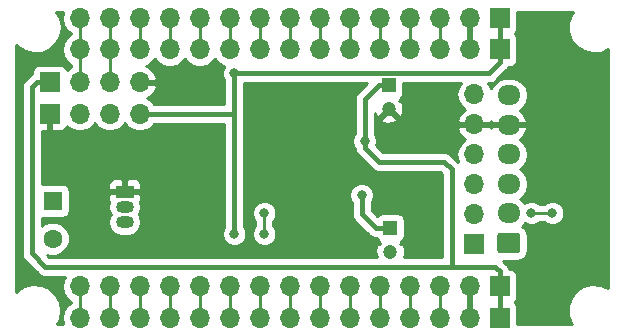
<source format=gbl>
%TF.GenerationSoftware,KiCad,Pcbnew,(5.0.2)-1*%
%TF.CreationDate,2019-07-05T20:57:08+02:00*%
%TF.ProjectId,PSAVanCanBridge_v11,56616e43-616e-4457-9370-33322e6b6963,rev?*%
%TF.SameCoordinates,Original*%
%TF.FileFunction,Copper,L2,Bot*%
%TF.FilePolarity,Positive*%
%FSLAX46Y46*%
G04 Gerber Fmt 4.6, Leading zero omitted, Abs format (unit mm)*
G04 Created by KiCad (PCBNEW (5.0.2)-1) date 05/07/2019 20:57:08*
%MOMM*%
%LPD*%
G01*
G04 APERTURE LIST*
%ADD10R,1.700000X1.700000*%
%ADD11O,1.700000X1.700000*%
%ADD12C,1.200000*%
%ADD13R,1.200000X1.200000*%
%ADD14C,0.100000*%
%ADD15C,1.700000*%
%ADD16O,1.950000X1.700000*%
%ADD17R,1.600000X1.600000*%
%ADD18C,1.600000*%
%ADD19O,1.500000X1.050000*%
%ADD20R,1.500000X1.050000*%
%ADD21C,0.800000*%
%ADD22C,0.900000*%
%ADD23C,0.250000*%
%ADD24C,0.400000*%
%ADD25C,0.254000*%
G04 APERTURE END LIST*
D10*
X50800000Y-43180000D03*
D11*
X53340000Y-43180000D03*
X55880000Y-43180000D03*
X58420000Y-43180000D03*
D12*
X79502000Y-42767000D03*
D13*
X79502000Y-40767000D03*
D10*
X86741000Y-54229000D03*
D11*
X86741000Y-51689000D03*
X86741000Y-49149000D03*
X86741000Y-46609000D03*
X86741000Y-44069000D03*
X86741000Y-41529000D03*
D14*
G36*
X90411504Y-53253204D02*
X90435773Y-53256804D01*
X90459571Y-53262765D01*
X90482671Y-53271030D01*
X90504849Y-53281520D01*
X90525893Y-53294133D01*
X90545598Y-53308747D01*
X90563777Y-53325223D01*
X90580253Y-53343402D01*
X90594867Y-53363107D01*
X90607480Y-53384151D01*
X90617970Y-53406329D01*
X90626235Y-53429429D01*
X90632196Y-53453227D01*
X90635796Y-53477496D01*
X90637000Y-53502000D01*
X90637000Y-54702000D01*
X90635796Y-54726504D01*
X90632196Y-54750773D01*
X90626235Y-54774571D01*
X90617970Y-54797671D01*
X90607480Y-54819849D01*
X90594867Y-54840893D01*
X90580253Y-54860598D01*
X90563777Y-54878777D01*
X90545598Y-54895253D01*
X90525893Y-54909867D01*
X90504849Y-54922480D01*
X90482671Y-54932970D01*
X90459571Y-54941235D01*
X90435773Y-54947196D01*
X90411504Y-54950796D01*
X90387000Y-54952000D01*
X88937000Y-54952000D01*
X88912496Y-54950796D01*
X88888227Y-54947196D01*
X88864429Y-54941235D01*
X88841329Y-54932970D01*
X88819151Y-54922480D01*
X88798107Y-54909867D01*
X88778402Y-54895253D01*
X88760223Y-54878777D01*
X88743747Y-54860598D01*
X88729133Y-54840893D01*
X88716520Y-54819849D01*
X88706030Y-54797671D01*
X88697765Y-54774571D01*
X88691804Y-54750773D01*
X88688204Y-54726504D01*
X88687000Y-54702000D01*
X88687000Y-53502000D01*
X88688204Y-53477496D01*
X88691804Y-53453227D01*
X88697765Y-53429429D01*
X88706030Y-53406329D01*
X88716520Y-53384151D01*
X88729133Y-53363107D01*
X88743747Y-53343402D01*
X88760223Y-53325223D01*
X88778402Y-53308747D01*
X88798107Y-53294133D01*
X88819151Y-53281520D01*
X88841329Y-53271030D01*
X88864429Y-53262765D01*
X88888227Y-53256804D01*
X88912496Y-53253204D01*
X88937000Y-53252000D01*
X90387000Y-53252000D01*
X90411504Y-53253204D01*
X90411504Y-53253204D01*
G37*
D15*
X89662000Y-54102000D03*
D16*
X89662000Y-51602000D03*
X89662000Y-49102000D03*
X89662000Y-46602000D03*
X89662000Y-44102000D03*
X89662000Y-41602000D03*
D11*
X53340000Y-37719000D03*
X55880000Y-37719000D03*
X58420000Y-37719000D03*
X60960000Y-37719000D03*
X63500000Y-37719000D03*
X66040000Y-37719000D03*
X68580000Y-37719000D03*
X71120000Y-37719000D03*
X73660000Y-37719000D03*
X76200000Y-37719000D03*
X78740000Y-37719000D03*
X81280000Y-37719000D03*
X83820000Y-37719000D03*
X86360000Y-37719000D03*
D10*
X88900000Y-37719000D03*
X88900000Y-57785000D03*
D11*
X86360000Y-57785000D03*
X83820000Y-57785000D03*
X81280000Y-57785000D03*
X78740000Y-57785000D03*
X76200000Y-57785000D03*
X73660000Y-57785000D03*
X71120000Y-57785000D03*
X68580000Y-57785000D03*
X66040000Y-57785000D03*
X63500000Y-57785000D03*
X60960000Y-57785000D03*
X58420000Y-57785000D03*
X55880000Y-57785000D03*
X53340000Y-57785000D03*
D10*
X50800000Y-40513000D03*
D11*
X53340000Y-40513000D03*
X55880000Y-40513000D03*
X58420000Y-40513000D03*
D17*
X51054000Y-50546000D03*
D18*
X51054000Y-53746000D03*
D19*
X57150000Y-51054000D03*
X57150000Y-52324000D03*
D20*
X57150000Y-49784000D03*
D13*
X79629000Y-52832000D03*
D12*
X79629000Y-54832000D03*
D11*
X53340000Y-60452000D03*
X55880000Y-60452000D03*
X58420000Y-60452000D03*
X60960000Y-60452000D03*
X63500000Y-60452000D03*
X66040000Y-60452000D03*
X68580000Y-60452000D03*
X71120000Y-60452000D03*
X73660000Y-60452000D03*
X76200000Y-60452000D03*
X78740000Y-60452000D03*
X81280000Y-60452000D03*
X83820000Y-60452000D03*
X86360000Y-60452000D03*
D10*
X88900000Y-60452000D03*
X88900000Y-35052000D03*
D11*
X86360000Y-35052000D03*
X83820000Y-35052000D03*
X81280000Y-35052000D03*
X78740000Y-35052000D03*
X76200000Y-35052000D03*
X73660000Y-35052000D03*
X71120000Y-35052000D03*
X68580000Y-35052000D03*
X66040000Y-35052000D03*
X63500000Y-35052000D03*
X60960000Y-35052000D03*
X58420000Y-35052000D03*
X55880000Y-35052000D03*
X53340000Y-35052000D03*
D21*
X66421000Y-53340000D03*
X66421000Y-39751000D03*
D22*
X70703784Y-46190994D03*
X72481784Y-45301994D03*
X71592784Y-47079994D03*
X70703784Y-47079994D03*
X72481784Y-46190994D03*
X71592784Y-46190994D03*
X71592784Y-45301994D03*
X70703784Y-45301994D03*
X72481784Y-47079994D03*
X70703784Y-49238994D03*
X72481784Y-48349994D03*
X71592784Y-50127994D03*
X72481784Y-49238994D03*
X71592784Y-49238994D03*
X71592784Y-48349994D03*
X70703784Y-48349994D03*
X70703784Y-50127994D03*
X72481784Y-50127994D03*
X74005784Y-49238994D03*
X75783784Y-48349994D03*
X75783784Y-50127994D03*
X75783784Y-49238994D03*
X74005784Y-48349994D03*
X74894784Y-49238994D03*
X74894784Y-50127994D03*
X74894784Y-48349994D03*
X74005784Y-50127994D03*
X75783784Y-46190994D03*
X74005784Y-46190994D03*
X75783784Y-47079994D03*
X74894784Y-45301994D03*
X74005784Y-47079994D03*
X74005784Y-45301994D03*
X74894784Y-47079994D03*
X75783784Y-45301994D03*
X74894784Y-46190994D03*
D21*
X51562000Y-38608000D03*
X91313000Y-36322000D03*
X64770000Y-53340000D03*
X77216000Y-50038000D03*
X77470000Y-45466000D03*
X68961000Y-51562000D03*
X68961000Y-53340000D03*
X91567000Y-51562000D03*
X93345000Y-51562000D03*
D23*
X83820000Y-36254081D02*
X83820000Y-37719000D01*
X83820000Y-35052000D02*
X83820000Y-36254081D01*
X81280000Y-36516919D02*
X81280000Y-35052000D01*
X81280000Y-37719000D02*
X81280000Y-36516919D01*
X76200000Y-36516919D02*
X76200000Y-35052000D01*
X76200000Y-37719000D02*
X76200000Y-36516919D01*
X73660000Y-36254081D02*
X73660000Y-37719000D01*
X73660000Y-35052000D02*
X73660000Y-36254081D01*
X53340000Y-35052000D02*
X53340000Y-37719000D01*
X53340000Y-38921081D02*
X53340000Y-40513000D01*
X53340000Y-37719000D02*
X53340000Y-38921081D01*
X53340000Y-57785000D02*
X53340000Y-60452000D01*
X55880000Y-58987081D02*
X55880000Y-60452000D01*
X55880000Y-57785000D02*
X55880000Y-58987081D01*
X58420000Y-57785000D02*
X58420000Y-60452000D01*
X73660000Y-57785000D02*
X73660000Y-60452000D01*
X76200000Y-59249919D02*
X76200000Y-57785000D01*
X76200000Y-60452000D02*
X76200000Y-59249919D01*
X78740000Y-57785000D02*
X78740000Y-60452000D01*
D24*
X87968000Y-39751000D02*
X66421000Y-39751000D01*
X88900000Y-37719000D02*
X88900000Y-38819000D01*
X88900000Y-38819000D02*
X87968000Y-39751000D01*
X88900000Y-36152000D02*
X88900000Y-37719000D01*
X88900000Y-35052000D02*
X88900000Y-36152000D01*
X66421000Y-52578000D02*
X66421000Y-53340000D01*
X66421000Y-52901315D02*
X66421000Y-52578000D01*
D23*
X66294000Y-43180000D02*
X66421000Y-43307000D01*
D24*
X58420000Y-43180000D02*
X66294000Y-43180000D01*
X66421000Y-52578000D02*
X66421000Y-43307000D01*
X66421000Y-43307000D02*
X66421000Y-39751000D01*
D23*
X86360000Y-58987081D02*
X86360000Y-60452000D01*
X86360000Y-57785000D02*
X86360000Y-58987081D01*
X86360000Y-36254081D02*
X86360000Y-37719000D01*
X86360000Y-35052000D02*
X86360000Y-36254081D01*
D24*
X77216000Y-50603685D02*
X77216000Y-50038000D01*
X77216000Y-51650000D02*
X77216000Y-50603685D01*
X78398000Y-52832000D02*
X79629000Y-52832000D01*
X77216000Y-51650000D02*
X78398000Y-52832000D01*
X88900000Y-56515000D02*
X88900000Y-57785000D01*
X77470000Y-44900315D02*
X77470000Y-45466000D01*
X77470000Y-41949000D02*
X77470000Y-44900315D01*
X78652000Y-40767000D02*
X77470000Y-41949000D01*
X79502000Y-40767000D02*
X78652000Y-40767000D01*
X77470000Y-46031685D02*
X78682315Y-47244000D01*
X77470000Y-45466000D02*
X77470000Y-46031685D01*
X78682315Y-47244000D02*
X84201000Y-47244000D01*
X84201000Y-47244000D02*
X84836000Y-47879000D01*
X84836000Y-47879000D02*
X84836000Y-55118000D01*
X88900000Y-58885000D02*
X88900000Y-60452000D01*
X88900000Y-57785000D02*
X88900000Y-58885000D01*
X50423001Y-56138001D02*
X84069999Y-56138001D01*
X49276000Y-54991000D02*
X50423001Y-56138001D01*
X88523001Y-56138001D02*
X88900000Y-56515000D01*
X84836000Y-55118000D02*
X84836000Y-56138001D01*
X84069999Y-56138001D02*
X84836000Y-56138001D01*
X84836000Y-56138001D02*
X88523001Y-56138001D01*
X49700000Y-40513000D02*
X50800000Y-40513000D01*
X49276000Y-40937000D02*
X49700000Y-40513000D01*
X49276000Y-54991000D02*
X49276000Y-40937000D01*
D23*
X78740000Y-36254081D02*
X78740000Y-37719000D01*
X78740000Y-35052000D02*
X78740000Y-36254081D01*
X71120000Y-37719000D02*
X71120000Y-35052000D01*
X63500000Y-36254081D02*
X63500000Y-37719000D01*
X63500000Y-35052000D02*
X63500000Y-36254081D01*
X55880000Y-36254081D02*
X55880000Y-37719000D01*
X55880000Y-35052000D02*
X55880000Y-36254081D01*
X55880000Y-38921081D02*
X55880000Y-40513000D01*
X55880000Y-37719000D02*
X55880000Y-38921081D01*
X60960000Y-59249919D02*
X60960000Y-57785000D01*
X60960000Y-60452000D02*
X60960000Y-59249919D01*
X71120000Y-58987081D02*
X71120000Y-60452000D01*
X71120000Y-57785000D02*
X71120000Y-58987081D01*
X68580000Y-36254081D02*
X68580000Y-37719000D01*
X68580000Y-35052000D02*
X68580000Y-36254081D01*
X66040000Y-36516919D02*
X66040000Y-35052000D01*
X66040000Y-37719000D02*
X66040000Y-36516919D01*
X63500000Y-58987081D02*
X63500000Y-60452000D01*
X63500000Y-57785000D02*
X63500000Y-58987081D01*
X66040000Y-59249919D02*
X66040000Y-57785000D01*
X66040000Y-60452000D02*
X66040000Y-59249919D01*
X68580000Y-58987081D02*
X68580000Y-60452000D01*
X68580000Y-57785000D02*
X68580000Y-58987081D01*
X60960000Y-37719000D02*
X60960000Y-35052000D01*
X58420000Y-35052000D02*
X58420000Y-37719000D01*
X81280000Y-60452000D02*
X81280000Y-57785000D01*
X83820000Y-58987081D02*
X83820000Y-60452000D01*
X83820000Y-57785000D02*
X83820000Y-58987081D01*
X68961000Y-51562000D02*
X68961000Y-53340000D01*
X91567000Y-51562000D02*
X93345000Y-51562000D01*
D24*
X50800000Y-50292000D02*
X51054000Y-50546000D01*
D25*
G36*
X51825908Y-35052000D02*
X51941161Y-35631418D01*
X52269375Y-36122625D01*
X52580000Y-36330178D01*
X52580001Y-36440822D01*
X52269375Y-36648375D01*
X51941161Y-37139582D01*
X51825908Y-37719000D01*
X51941161Y-38298418D01*
X52269375Y-38789625D01*
X52580000Y-38997178D01*
X52580000Y-39234822D01*
X52269375Y-39442375D01*
X52257184Y-39460619D01*
X52248157Y-39415235D01*
X52107809Y-39205191D01*
X51897765Y-39064843D01*
X51650000Y-39015560D01*
X49950000Y-39015560D01*
X49702235Y-39064843D01*
X49492191Y-39205191D01*
X49351843Y-39415235D01*
X49302560Y-39663000D01*
X49302560Y-39774316D01*
X49097999Y-39910999D01*
X49051413Y-39980720D01*
X48743718Y-40288415D01*
X48674000Y-40334999D01*
X48627416Y-40404717D01*
X48489448Y-40611200D01*
X48424643Y-40937000D01*
X48441001Y-41019238D01*
X48441000Y-54908767D01*
X48424643Y-54991000D01*
X48441000Y-55073233D01*
X48441000Y-55073236D01*
X48489448Y-55316800D01*
X48673999Y-55593001D01*
X48743720Y-55639587D01*
X49774417Y-56670286D01*
X49821000Y-56740002D01*
X50097200Y-56924553D01*
X50340764Y-56973001D01*
X50340767Y-56973001D01*
X50423000Y-56989358D01*
X50505233Y-56973001D01*
X52096567Y-56973001D01*
X51941161Y-57205582D01*
X51825908Y-57785000D01*
X51941161Y-58364418D01*
X52269375Y-58855625D01*
X52580000Y-59063178D01*
X52580001Y-59173822D01*
X52269375Y-59381375D01*
X51941161Y-59872582D01*
X51825908Y-60452000D01*
X51932326Y-60987000D01*
X51405019Y-60987000D01*
X51645506Y-60541299D01*
X51766062Y-59817000D01*
X51765786Y-59781877D01*
X51633868Y-59059561D01*
X51275091Y-58418919D01*
X50728142Y-57929030D01*
X50051998Y-57642721D01*
X49319568Y-57590862D01*
X48609828Y-57779046D01*
X47999310Y-58186981D01*
X47979000Y-58213593D01*
X47979000Y-37354913D01*
X48068041Y-37467861D01*
X48684892Y-37866156D01*
X49397500Y-38043169D01*
X50129025Y-37979812D01*
X50800588Y-37682917D01*
X51339775Y-37184498D01*
X51688445Y-36538299D01*
X51809001Y-35814000D01*
X51808725Y-35778877D01*
X51676807Y-35056561D01*
X51374638Y-34517000D01*
X51932326Y-34517000D01*
X51825908Y-35052000D01*
X51825908Y-35052000D01*
G37*
X51825908Y-35052000D02*
X51941161Y-35631418D01*
X52269375Y-36122625D01*
X52580000Y-36330178D01*
X52580001Y-36440822D01*
X52269375Y-36648375D01*
X51941161Y-37139582D01*
X51825908Y-37719000D01*
X51941161Y-38298418D01*
X52269375Y-38789625D01*
X52580000Y-38997178D01*
X52580000Y-39234822D01*
X52269375Y-39442375D01*
X52257184Y-39460619D01*
X52248157Y-39415235D01*
X52107809Y-39205191D01*
X51897765Y-39064843D01*
X51650000Y-39015560D01*
X49950000Y-39015560D01*
X49702235Y-39064843D01*
X49492191Y-39205191D01*
X49351843Y-39415235D01*
X49302560Y-39663000D01*
X49302560Y-39774316D01*
X49097999Y-39910999D01*
X49051413Y-39980720D01*
X48743718Y-40288415D01*
X48674000Y-40334999D01*
X48627416Y-40404717D01*
X48489448Y-40611200D01*
X48424643Y-40937000D01*
X48441001Y-41019238D01*
X48441000Y-54908767D01*
X48424643Y-54991000D01*
X48441000Y-55073233D01*
X48441000Y-55073236D01*
X48489448Y-55316800D01*
X48673999Y-55593001D01*
X48743720Y-55639587D01*
X49774417Y-56670286D01*
X49821000Y-56740002D01*
X50097200Y-56924553D01*
X50340764Y-56973001D01*
X50340767Y-56973001D01*
X50423000Y-56989358D01*
X50505233Y-56973001D01*
X52096567Y-56973001D01*
X51941161Y-57205582D01*
X51825908Y-57785000D01*
X51941161Y-58364418D01*
X52269375Y-58855625D01*
X52580000Y-59063178D01*
X52580001Y-59173822D01*
X52269375Y-59381375D01*
X51941161Y-59872582D01*
X51825908Y-60452000D01*
X51932326Y-60987000D01*
X51405019Y-60987000D01*
X51645506Y-60541299D01*
X51766062Y-59817000D01*
X51765786Y-59781877D01*
X51633868Y-59059561D01*
X51275091Y-58418919D01*
X50728142Y-57929030D01*
X50051998Y-57642721D01*
X49319568Y-57590862D01*
X48609828Y-57779046D01*
X47999310Y-58186981D01*
X47979000Y-58213593D01*
X47979000Y-37354913D01*
X48068041Y-37467861D01*
X48684892Y-37866156D01*
X49397500Y-38043169D01*
X50129025Y-37979812D01*
X50800588Y-37682917D01*
X51339775Y-37184498D01*
X51688445Y-36538299D01*
X51809001Y-35814000D01*
X51808725Y-35778877D01*
X51676807Y-35056561D01*
X51374638Y-34517000D01*
X51932326Y-34517000D01*
X51825908Y-35052000D01*
G36*
X94924845Y-34767680D02*
X94692468Y-35464203D01*
X94698234Y-36198444D01*
X94941524Y-36891231D01*
X95396102Y-37467861D01*
X96012953Y-37866156D01*
X96725561Y-38043169D01*
X97457086Y-37979812D01*
X98071000Y-37708403D01*
X98071001Y-57917114D01*
X97422998Y-57642721D01*
X96690568Y-57590862D01*
X95980828Y-57779046D01*
X95370310Y-58186981D01*
X94924845Y-58770680D01*
X94692468Y-59467203D01*
X94698234Y-60201444D01*
X94941524Y-60894231D01*
X95014657Y-60987000D01*
X90397440Y-60987000D01*
X90397440Y-59602000D01*
X90348157Y-59354235D01*
X90207809Y-59144191D01*
X90169360Y-59118500D01*
X90207809Y-59092809D01*
X90348157Y-58882765D01*
X90397440Y-58635000D01*
X90397440Y-56935000D01*
X90348157Y-56687235D01*
X90207809Y-56477191D01*
X89997765Y-56336843D01*
X89750000Y-56287560D01*
X89706117Y-56287560D01*
X89686552Y-56189199D01*
X89502001Y-55912999D01*
X89432280Y-55866413D01*
X89171588Y-55605721D01*
X89167391Y-55599440D01*
X90387000Y-55599440D01*
X90730435Y-55531126D01*
X91021586Y-55336586D01*
X91216126Y-55045435D01*
X91284440Y-54702000D01*
X91284440Y-53502000D01*
X91216126Y-53158565D01*
X91021586Y-52867414D01*
X90793844Y-52715242D01*
X90857625Y-52672625D01*
X91006347Y-52450046D01*
X91361126Y-52597000D01*
X91772874Y-52597000D01*
X92153280Y-52439431D01*
X92270711Y-52322000D01*
X92641289Y-52322000D01*
X92758720Y-52439431D01*
X93139126Y-52597000D01*
X93550874Y-52597000D01*
X93931280Y-52439431D01*
X94222431Y-52148280D01*
X94380000Y-51767874D01*
X94380000Y-51356126D01*
X94222431Y-50975720D01*
X93931280Y-50684569D01*
X93550874Y-50527000D01*
X93139126Y-50527000D01*
X92758720Y-50684569D01*
X92641289Y-50802000D01*
X92270711Y-50802000D01*
X92153280Y-50684569D01*
X91772874Y-50527000D01*
X91361126Y-50527000D01*
X90980720Y-50684569D01*
X90968291Y-50696998D01*
X90857625Y-50531375D01*
X90589171Y-50352000D01*
X90857625Y-50172625D01*
X91185839Y-49681418D01*
X91301092Y-49102000D01*
X91185839Y-48522582D01*
X90857625Y-48031375D01*
X90589171Y-47852000D01*
X90857625Y-47672625D01*
X91185839Y-47181418D01*
X91301092Y-46602000D01*
X91185839Y-46022582D01*
X90857625Y-45531375D01*
X90584313Y-45348754D01*
X90989497Y-44973193D01*
X91228476Y-44458890D01*
X91107155Y-44229000D01*
X89789000Y-44229000D01*
X89789000Y-44249000D01*
X89535000Y-44249000D01*
X89535000Y-44229000D01*
X88216845Y-44229000D01*
X88147708Y-44360008D01*
X88061155Y-44196000D01*
X86868000Y-44196000D01*
X86868000Y-44216000D01*
X86614000Y-44216000D01*
X86614000Y-44196000D01*
X85420845Y-44196000D01*
X85299524Y-44425890D01*
X85469355Y-44835924D01*
X85859642Y-45264183D01*
X85989478Y-45325157D01*
X85670375Y-45538375D01*
X85342161Y-46029582D01*
X85226908Y-46609000D01*
X85342161Y-47188418D01*
X85371787Y-47232756D01*
X85368283Y-47230415D01*
X84849587Y-46711720D01*
X84803001Y-46641999D01*
X84526801Y-46457448D01*
X84283237Y-46409000D01*
X84283233Y-46409000D01*
X84201000Y-46392643D01*
X84118767Y-46409000D01*
X79028184Y-46409000D01*
X78442338Y-45823155D01*
X78505000Y-45671874D01*
X78505000Y-45260126D01*
X78347431Y-44879720D01*
X78305000Y-44837289D01*
X78305000Y-43629735D01*
X78818870Y-43629735D01*
X78868383Y-43855164D01*
X79333036Y-44014807D01*
X79823413Y-43984482D01*
X80135617Y-43855164D01*
X80185130Y-43629735D01*
X79502000Y-42946605D01*
X78818870Y-43629735D01*
X78305000Y-43629735D01*
X78305000Y-43137861D01*
X78413836Y-43400617D01*
X78639265Y-43450130D01*
X79322395Y-42767000D01*
X79308253Y-42752858D01*
X79487858Y-42573253D01*
X79502000Y-42587395D01*
X79516143Y-42573253D01*
X79695748Y-42752858D01*
X79681605Y-42767000D01*
X80364735Y-43450130D01*
X80590164Y-43400617D01*
X80749807Y-42935964D01*
X80719482Y-42445587D01*
X80590164Y-42133383D01*
X80364737Y-42083871D01*
X80480430Y-41968178D01*
X80426282Y-41914030D01*
X80559809Y-41824809D01*
X80700157Y-41614765D01*
X80749440Y-41367000D01*
X80749440Y-40586000D01*
X85585099Y-40586000D01*
X85342161Y-40949582D01*
X85226908Y-41529000D01*
X85342161Y-42108418D01*
X85670375Y-42599625D01*
X85989478Y-42812843D01*
X85859642Y-42873817D01*
X85469355Y-43302076D01*
X85299524Y-43712110D01*
X85420845Y-43942000D01*
X86614000Y-43942000D01*
X86614000Y-43922000D01*
X86868000Y-43922000D01*
X86868000Y-43942000D01*
X88061155Y-43942000D01*
X88130292Y-43810992D01*
X88216845Y-43975000D01*
X89535000Y-43975000D01*
X89535000Y-43955000D01*
X89789000Y-43955000D01*
X89789000Y-43975000D01*
X91107155Y-43975000D01*
X91228476Y-43745110D01*
X90989497Y-43230807D01*
X90584313Y-42855246D01*
X90857625Y-42672625D01*
X91185839Y-42181418D01*
X91301092Y-41602000D01*
X91185839Y-41022582D01*
X90857625Y-40531375D01*
X90366418Y-40203161D01*
X89933256Y-40117000D01*
X89390744Y-40117000D01*
X88957582Y-40203161D01*
X88466375Y-40531375D01*
X88150644Y-41003900D01*
X88139839Y-40949582D01*
X87898608Y-40588554D01*
X87968000Y-40602357D01*
X88050233Y-40586000D01*
X88050237Y-40586000D01*
X88293801Y-40537552D01*
X88570001Y-40353001D01*
X88616587Y-40283280D01*
X89432282Y-39467586D01*
X89502001Y-39421001D01*
X89638684Y-39216440D01*
X89750000Y-39216440D01*
X89997765Y-39167157D01*
X90207809Y-39026809D01*
X90348157Y-38816765D01*
X90397440Y-38569000D01*
X90397440Y-36869000D01*
X90348157Y-36621235D01*
X90207809Y-36411191D01*
X90169360Y-36385500D01*
X90207809Y-36359809D01*
X90348157Y-36149765D01*
X90397440Y-35902000D01*
X90397440Y-34517000D01*
X95116158Y-34517000D01*
X94924845Y-34767680D01*
X94924845Y-34767680D01*
G37*
X94924845Y-34767680D02*
X94692468Y-35464203D01*
X94698234Y-36198444D01*
X94941524Y-36891231D01*
X95396102Y-37467861D01*
X96012953Y-37866156D01*
X96725561Y-38043169D01*
X97457086Y-37979812D01*
X98071000Y-37708403D01*
X98071001Y-57917114D01*
X97422998Y-57642721D01*
X96690568Y-57590862D01*
X95980828Y-57779046D01*
X95370310Y-58186981D01*
X94924845Y-58770680D01*
X94692468Y-59467203D01*
X94698234Y-60201444D01*
X94941524Y-60894231D01*
X95014657Y-60987000D01*
X90397440Y-60987000D01*
X90397440Y-59602000D01*
X90348157Y-59354235D01*
X90207809Y-59144191D01*
X90169360Y-59118500D01*
X90207809Y-59092809D01*
X90348157Y-58882765D01*
X90397440Y-58635000D01*
X90397440Y-56935000D01*
X90348157Y-56687235D01*
X90207809Y-56477191D01*
X89997765Y-56336843D01*
X89750000Y-56287560D01*
X89706117Y-56287560D01*
X89686552Y-56189199D01*
X89502001Y-55912999D01*
X89432280Y-55866413D01*
X89171588Y-55605721D01*
X89167391Y-55599440D01*
X90387000Y-55599440D01*
X90730435Y-55531126D01*
X91021586Y-55336586D01*
X91216126Y-55045435D01*
X91284440Y-54702000D01*
X91284440Y-53502000D01*
X91216126Y-53158565D01*
X91021586Y-52867414D01*
X90793844Y-52715242D01*
X90857625Y-52672625D01*
X91006347Y-52450046D01*
X91361126Y-52597000D01*
X91772874Y-52597000D01*
X92153280Y-52439431D01*
X92270711Y-52322000D01*
X92641289Y-52322000D01*
X92758720Y-52439431D01*
X93139126Y-52597000D01*
X93550874Y-52597000D01*
X93931280Y-52439431D01*
X94222431Y-52148280D01*
X94380000Y-51767874D01*
X94380000Y-51356126D01*
X94222431Y-50975720D01*
X93931280Y-50684569D01*
X93550874Y-50527000D01*
X93139126Y-50527000D01*
X92758720Y-50684569D01*
X92641289Y-50802000D01*
X92270711Y-50802000D01*
X92153280Y-50684569D01*
X91772874Y-50527000D01*
X91361126Y-50527000D01*
X90980720Y-50684569D01*
X90968291Y-50696998D01*
X90857625Y-50531375D01*
X90589171Y-50352000D01*
X90857625Y-50172625D01*
X91185839Y-49681418D01*
X91301092Y-49102000D01*
X91185839Y-48522582D01*
X90857625Y-48031375D01*
X90589171Y-47852000D01*
X90857625Y-47672625D01*
X91185839Y-47181418D01*
X91301092Y-46602000D01*
X91185839Y-46022582D01*
X90857625Y-45531375D01*
X90584313Y-45348754D01*
X90989497Y-44973193D01*
X91228476Y-44458890D01*
X91107155Y-44229000D01*
X89789000Y-44229000D01*
X89789000Y-44249000D01*
X89535000Y-44249000D01*
X89535000Y-44229000D01*
X88216845Y-44229000D01*
X88147708Y-44360008D01*
X88061155Y-44196000D01*
X86868000Y-44196000D01*
X86868000Y-44216000D01*
X86614000Y-44216000D01*
X86614000Y-44196000D01*
X85420845Y-44196000D01*
X85299524Y-44425890D01*
X85469355Y-44835924D01*
X85859642Y-45264183D01*
X85989478Y-45325157D01*
X85670375Y-45538375D01*
X85342161Y-46029582D01*
X85226908Y-46609000D01*
X85342161Y-47188418D01*
X85371787Y-47232756D01*
X85368283Y-47230415D01*
X84849587Y-46711720D01*
X84803001Y-46641999D01*
X84526801Y-46457448D01*
X84283237Y-46409000D01*
X84283233Y-46409000D01*
X84201000Y-46392643D01*
X84118767Y-46409000D01*
X79028184Y-46409000D01*
X78442338Y-45823155D01*
X78505000Y-45671874D01*
X78505000Y-45260126D01*
X78347431Y-44879720D01*
X78305000Y-44837289D01*
X78305000Y-43629735D01*
X78818870Y-43629735D01*
X78868383Y-43855164D01*
X79333036Y-44014807D01*
X79823413Y-43984482D01*
X80135617Y-43855164D01*
X80185130Y-43629735D01*
X79502000Y-42946605D01*
X78818870Y-43629735D01*
X78305000Y-43629735D01*
X78305000Y-43137861D01*
X78413836Y-43400617D01*
X78639265Y-43450130D01*
X79322395Y-42767000D01*
X79308253Y-42752858D01*
X79487858Y-42573253D01*
X79502000Y-42587395D01*
X79516143Y-42573253D01*
X79695748Y-42752858D01*
X79681605Y-42767000D01*
X80364735Y-43450130D01*
X80590164Y-43400617D01*
X80749807Y-42935964D01*
X80719482Y-42445587D01*
X80590164Y-42133383D01*
X80364737Y-42083871D01*
X80480430Y-41968178D01*
X80426282Y-41914030D01*
X80559809Y-41824809D01*
X80700157Y-41614765D01*
X80749440Y-41367000D01*
X80749440Y-40586000D01*
X85585099Y-40586000D01*
X85342161Y-40949582D01*
X85226908Y-41529000D01*
X85342161Y-42108418D01*
X85670375Y-42599625D01*
X85989478Y-42812843D01*
X85859642Y-42873817D01*
X85469355Y-43302076D01*
X85299524Y-43712110D01*
X85420845Y-43942000D01*
X86614000Y-43942000D01*
X86614000Y-43922000D01*
X86868000Y-43922000D01*
X86868000Y-43942000D01*
X88061155Y-43942000D01*
X88130292Y-43810992D01*
X88216845Y-43975000D01*
X89535000Y-43975000D01*
X89535000Y-43955000D01*
X89789000Y-43955000D01*
X89789000Y-43975000D01*
X91107155Y-43975000D01*
X91228476Y-43745110D01*
X90989497Y-43230807D01*
X90584313Y-42855246D01*
X90857625Y-42672625D01*
X91185839Y-42181418D01*
X91301092Y-41602000D01*
X91185839Y-41022582D01*
X90857625Y-40531375D01*
X90366418Y-40203161D01*
X89933256Y-40117000D01*
X89390744Y-40117000D01*
X88957582Y-40203161D01*
X88466375Y-40531375D01*
X88150644Y-41003900D01*
X88139839Y-40949582D01*
X87898608Y-40588554D01*
X87968000Y-40602357D01*
X88050233Y-40586000D01*
X88050237Y-40586000D01*
X88293801Y-40537552D01*
X88570001Y-40353001D01*
X88616587Y-40283280D01*
X89432282Y-39467586D01*
X89502001Y-39421001D01*
X89638684Y-39216440D01*
X89750000Y-39216440D01*
X89997765Y-39167157D01*
X90207809Y-39026809D01*
X90348157Y-38816765D01*
X90397440Y-38569000D01*
X90397440Y-36869000D01*
X90348157Y-36621235D01*
X90207809Y-36411191D01*
X90169360Y-36385500D01*
X90207809Y-36359809D01*
X90348157Y-36149765D01*
X90397440Y-35902000D01*
X90397440Y-34517000D01*
X95116158Y-34517000D01*
X94924845Y-34767680D01*
G36*
X86487000Y-57658000D02*
X86507000Y-57658000D01*
X86507000Y-57912000D01*
X86487000Y-57912000D01*
X86487000Y-59105155D01*
X86512287Y-59118500D01*
X86487000Y-59131845D01*
X86487000Y-60325000D01*
X86507000Y-60325000D01*
X86507000Y-60579000D01*
X86487000Y-60579000D01*
X86487000Y-60599000D01*
X86233000Y-60599000D01*
X86233000Y-60579000D01*
X86213000Y-60579000D01*
X86213000Y-60325000D01*
X86233000Y-60325000D01*
X86233000Y-59131845D01*
X86207713Y-59118500D01*
X86233000Y-59105155D01*
X86233000Y-57912000D01*
X86213000Y-57912000D01*
X86213000Y-57658000D01*
X86233000Y-57658000D01*
X86233000Y-57638000D01*
X86487000Y-57638000D01*
X86487000Y-57658000D01*
X86487000Y-57658000D01*
G37*
X86487000Y-57658000D02*
X86507000Y-57658000D01*
X86507000Y-57912000D01*
X86487000Y-57912000D01*
X86487000Y-59105155D01*
X86512287Y-59118500D01*
X86487000Y-59131845D01*
X86487000Y-60325000D01*
X86507000Y-60325000D01*
X86507000Y-60579000D01*
X86487000Y-60579000D01*
X86487000Y-60599000D01*
X86233000Y-60599000D01*
X86233000Y-60579000D01*
X86213000Y-60579000D01*
X86213000Y-60325000D01*
X86233000Y-60325000D01*
X86233000Y-59131845D01*
X86207713Y-59118500D01*
X86233000Y-59105155D01*
X86233000Y-57912000D01*
X86213000Y-57912000D01*
X86213000Y-57658000D01*
X86233000Y-57658000D01*
X86233000Y-57638000D01*
X86487000Y-57638000D01*
X86487000Y-57658000D01*
G36*
X76937720Y-41300413D02*
X76867999Y-41346999D01*
X76683448Y-41623200D01*
X76635000Y-41866764D01*
X76635000Y-41866767D01*
X76618643Y-41949000D01*
X76635000Y-42031233D01*
X76635001Y-44818074D01*
X76635000Y-44818079D01*
X76635000Y-44837289D01*
X76592569Y-44879720D01*
X76435000Y-45260126D01*
X76435000Y-45671874D01*
X76592569Y-46052280D01*
X76630231Y-46089942D01*
X76635000Y-46113918D01*
X76635000Y-46113922D01*
X76683448Y-46357486D01*
X76868000Y-46633686D01*
X76937718Y-46680270D01*
X78033731Y-47776285D01*
X78080314Y-47846001D01*
X78356514Y-48030552D01*
X78600078Y-48079000D01*
X78600081Y-48079000D01*
X78682314Y-48095357D01*
X78764547Y-48079000D01*
X83855133Y-48079000D01*
X84001000Y-48224868D01*
X84001001Y-55035759D01*
X84001000Y-55035764D01*
X84001000Y-55303001D01*
X80773035Y-55303001D01*
X80876807Y-55000964D01*
X80846482Y-54510587D01*
X80717164Y-54198383D01*
X80491737Y-54148871D01*
X80607430Y-54033178D01*
X80553282Y-53979030D01*
X80686809Y-53889809D01*
X80827157Y-53679765D01*
X80876440Y-53432000D01*
X80876440Y-52232000D01*
X80827157Y-51984235D01*
X80686809Y-51774191D01*
X80476765Y-51633843D01*
X80229000Y-51584560D01*
X79029000Y-51584560D01*
X78781235Y-51633843D01*
X78571191Y-51774191D01*
X78551111Y-51804243D01*
X78051000Y-51304133D01*
X78051000Y-50666711D01*
X78093431Y-50624280D01*
X78251000Y-50243874D01*
X78251000Y-49832126D01*
X78093431Y-49451720D01*
X77802280Y-49160569D01*
X77421874Y-49003000D01*
X77010126Y-49003000D01*
X76629720Y-49160569D01*
X76338569Y-49451720D01*
X76181000Y-49832126D01*
X76181000Y-50243874D01*
X76338569Y-50624280D01*
X76381000Y-50666711D01*
X76381000Y-50685921D01*
X76381001Y-50685925D01*
X76381000Y-51567766D01*
X76364643Y-51650000D01*
X76381000Y-51732233D01*
X76381000Y-51732236D01*
X76429448Y-51975800D01*
X76613999Y-52252001D01*
X76683720Y-52298587D01*
X77749416Y-53364285D01*
X77795999Y-53434001D01*
X77865714Y-53480583D01*
X77865715Y-53480584D01*
X77899736Y-53503316D01*
X78072199Y-53618552D01*
X78315763Y-53667000D01*
X78315766Y-53667000D01*
X78397999Y-53683357D01*
X78430280Y-53676936D01*
X78430843Y-53679765D01*
X78571191Y-53889809D01*
X78704718Y-53979030D01*
X78650570Y-54033178D01*
X78766263Y-54148871D01*
X78540836Y-54198383D01*
X78381193Y-54663036D01*
X78411518Y-55153413D01*
X78473479Y-55303001D01*
X50768870Y-55303001D01*
X50560818Y-55094950D01*
X50768561Y-55181000D01*
X51339439Y-55181000D01*
X51866862Y-54962534D01*
X52270534Y-54558862D01*
X52489000Y-54031439D01*
X52489000Y-53460561D01*
X52270534Y-52933138D01*
X51866862Y-52529466D01*
X51339439Y-52311000D01*
X50768561Y-52311000D01*
X50241138Y-52529466D01*
X50111000Y-52659604D01*
X50111000Y-51964996D01*
X50254000Y-51993440D01*
X51854000Y-51993440D01*
X52101765Y-51944157D01*
X52311809Y-51803809D01*
X52452157Y-51593765D01*
X52501440Y-51346000D01*
X52501440Y-51054000D01*
X55742275Y-51054000D01*
X55832305Y-51506609D01*
X55954174Y-51689000D01*
X55832305Y-51871391D01*
X55742275Y-52324000D01*
X55832305Y-52776609D01*
X56088687Y-53160313D01*
X56472391Y-53416695D01*
X56810754Y-53484000D01*
X57489246Y-53484000D01*
X57827609Y-53416695D01*
X58211313Y-53160313D01*
X58467695Y-52776609D01*
X58557725Y-52324000D01*
X58467695Y-51871391D01*
X58345826Y-51689000D01*
X58467695Y-51506609D01*
X58557725Y-51054000D01*
X58467695Y-50601391D01*
X58466776Y-50600016D01*
X58535000Y-50435309D01*
X58535000Y-50069750D01*
X58376250Y-49911000D01*
X57574710Y-49911000D01*
X57489246Y-49894000D01*
X56810754Y-49894000D01*
X56725290Y-49911000D01*
X55923750Y-49911000D01*
X55765000Y-50069750D01*
X55765000Y-50435309D01*
X55833224Y-50600016D01*
X55832305Y-50601391D01*
X55742275Y-51054000D01*
X52501440Y-51054000D01*
X52501440Y-49746000D01*
X52452157Y-49498235D01*
X52311809Y-49288191D01*
X52101765Y-49147843D01*
X52025590Y-49132691D01*
X55765000Y-49132691D01*
X55765000Y-49498250D01*
X55923750Y-49657000D01*
X57023000Y-49657000D01*
X57023000Y-48782750D01*
X57277000Y-48782750D01*
X57277000Y-49657000D01*
X58376250Y-49657000D01*
X58535000Y-49498250D01*
X58535000Y-49132691D01*
X58438327Y-48899302D01*
X58259699Y-48720673D01*
X58026310Y-48624000D01*
X57435750Y-48624000D01*
X57277000Y-48782750D01*
X57023000Y-48782750D01*
X56864250Y-48624000D01*
X56273690Y-48624000D01*
X56040301Y-48720673D01*
X55861673Y-48899302D01*
X55765000Y-49132691D01*
X52025590Y-49132691D01*
X51854000Y-49098560D01*
X50254000Y-49098560D01*
X50111000Y-49127004D01*
X50111000Y-44665000D01*
X50514250Y-44665000D01*
X50673000Y-44506250D01*
X50673000Y-43307000D01*
X50653000Y-43307000D01*
X50653000Y-43053000D01*
X50673000Y-43053000D01*
X50673000Y-43033000D01*
X50927000Y-43033000D01*
X50927000Y-43053000D01*
X50947000Y-43053000D01*
X50947000Y-43307000D01*
X50927000Y-43307000D01*
X50927000Y-44506250D01*
X51085750Y-44665000D01*
X51776310Y-44665000D01*
X52009699Y-44568327D01*
X52188327Y-44389698D01*
X52254904Y-44228967D01*
X52269375Y-44250625D01*
X52760582Y-44578839D01*
X53193744Y-44665000D01*
X53486256Y-44665000D01*
X53919418Y-44578839D01*
X54410625Y-44250625D01*
X54610000Y-43952239D01*
X54809375Y-44250625D01*
X55300582Y-44578839D01*
X55733744Y-44665000D01*
X56026256Y-44665000D01*
X56459418Y-44578839D01*
X56950625Y-44250625D01*
X57150000Y-43952239D01*
X57349375Y-44250625D01*
X57840582Y-44578839D01*
X58273744Y-44665000D01*
X58566256Y-44665000D01*
X58999418Y-44578839D01*
X59490625Y-44250625D01*
X59648065Y-44015000D01*
X65586001Y-44015000D01*
X65586000Y-52495763D01*
X65586000Y-52711289D01*
X65543569Y-52753720D01*
X65386000Y-53134126D01*
X65386000Y-53545874D01*
X65543569Y-53926280D01*
X65834720Y-54217431D01*
X66215126Y-54375000D01*
X66626874Y-54375000D01*
X67007280Y-54217431D01*
X67298431Y-53926280D01*
X67456000Y-53545874D01*
X67456000Y-53134126D01*
X67298431Y-52753720D01*
X67256000Y-52711289D01*
X67256000Y-51356126D01*
X67926000Y-51356126D01*
X67926000Y-51767874D01*
X68083569Y-52148280D01*
X68201000Y-52265711D01*
X68201001Y-52636288D01*
X68083569Y-52753720D01*
X67926000Y-53134126D01*
X67926000Y-53545874D01*
X68083569Y-53926280D01*
X68374720Y-54217431D01*
X68755126Y-54375000D01*
X69166874Y-54375000D01*
X69547280Y-54217431D01*
X69838431Y-53926280D01*
X69996000Y-53545874D01*
X69996000Y-53134126D01*
X69838431Y-52753720D01*
X69721000Y-52636289D01*
X69721000Y-52265711D01*
X69838431Y-52148280D01*
X69996000Y-51767874D01*
X69996000Y-51356126D01*
X69838431Y-50975720D01*
X69547280Y-50684569D01*
X69166874Y-50527000D01*
X68755126Y-50527000D01*
X68374720Y-50684569D01*
X68083569Y-50975720D01*
X67926000Y-51356126D01*
X67256000Y-51356126D01*
X67256000Y-40586000D01*
X77652132Y-40586000D01*
X76937720Y-41300413D01*
X76937720Y-41300413D01*
G37*
X76937720Y-41300413D02*
X76867999Y-41346999D01*
X76683448Y-41623200D01*
X76635000Y-41866764D01*
X76635000Y-41866767D01*
X76618643Y-41949000D01*
X76635000Y-42031233D01*
X76635001Y-44818074D01*
X76635000Y-44818079D01*
X76635000Y-44837289D01*
X76592569Y-44879720D01*
X76435000Y-45260126D01*
X76435000Y-45671874D01*
X76592569Y-46052280D01*
X76630231Y-46089942D01*
X76635000Y-46113918D01*
X76635000Y-46113922D01*
X76683448Y-46357486D01*
X76868000Y-46633686D01*
X76937718Y-46680270D01*
X78033731Y-47776285D01*
X78080314Y-47846001D01*
X78356514Y-48030552D01*
X78600078Y-48079000D01*
X78600081Y-48079000D01*
X78682314Y-48095357D01*
X78764547Y-48079000D01*
X83855133Y-48079000D01*
X84001000Y-48224868D01*
X84001001Y-55035759D01*
X84001000Y-55035764D01*
X84001000Y-55303001D01*
X80773035Y-55303001D01*
X80876807Y-55000964D01*
X80846482Y-54510587D01*
X80717164Y-54198383D01*
X80491737Y-54148871D01*
X80607430Y-54033178D01*
X80553282Y-53979030D01*
X80686809Y-53889809D01*
X80827157Y-53679765D01*
X80876440Y-53432000D01*
X80876440Y-52232000D01*
X80827157Y-51984235D01*
X80686809Y-51774191D01*
X80476765Y-51633843D01*
X80229000Y-51584560D01*
X79029000Y-51584560D01*
X78781235Y-51633843D01*
X78571191Y-51774191D01*
X78551111Y-51804243D01*
X78051000Y-51304133D01*
X78051000Y-50666711D01*
X78093431Y-50624280D01*
X78251000Y-50243874D01*
X78251000Y-49832126D01*
X78093431Y-49451720D01*
X77802280Y-49160569D01*
X77421874Y-49003000D01*
X77010126Y-49003000D01*
X76629720Y-49160569D01*
X76338569Y-49451720D01*
X76181000Y-49832126D01*
X76181000Y-50243874D01*
X76338569Y-50624280D01*
X76381000Y-50666711D01*
X76381000Y-50685921D01*
X76381001Y-50685925D01*
X76381000Y-51567766D01*
X76364643Y-51650000D01*
X76381000Y-51732233D01*
X76381000Y-51732236D01*
X76429448Y-51975800D01*
X76613999Y-52252001D01*
X76683720Y-52298587D01*
X77749416Y-53364285D01*
X77795999Y-53434001D01*
X77865714Y-53480583D01*
X77865715Y-53480584D01*
X77899736Y-53503316D01*
X78072199Y-53618552D01*
X78315763Y-53667000D01*
X78315766Y-53667000D01*
X78397999Y-53683357D01*
X78430280Y-53676936D01*
X78430843Y-53679765D01*
X78571191Y-53889809D01*
X78704718Y-53979030D01*
X78650570Y-54033178D01*
X78766263Y-54148871D01*
X78540836Y-54198383D01*
X78381193Y-54663036D01*
X78411518Y-55153413D01*
X78473479Y-55303001D01*
X50768870Y-55303001D01*
X50560818Y-55094950D01*
X50768561Y-55181000D01*
X51339439Y-55181000D01*
X51866862Y-54962534D01*
X52270534Y-54558862D01*
X52489000Y-54031439D01*
X52489000Y-53460561D01*
X52270534Y-52933138D01*
X51866862Y-52529466D01*
X51339439Y-52311000D01*
X50768561Y-52311000D01*
X50241138Y-52529466D01*
X50111000Y-52659604D01*
X50111000Y-51964996D01*
X50254000Y-51993440D01*
X51854000Y-51993440D01*
X52101765Y-51944157D01*
X52311809Y-51803809D01*
X52452157Y-51593765D01*
X52501440Y-51346000D01*
X52501440Y-51054000D01*
X55742275Y-51054000D01*
X55832305Y-51506609D01*
X55954174Y-51689000D01*
X55832305Y-51871391D01*
X55742275Y-52324000D01*
X55832305Y-52776609D01*
X56088687Y-53160313D01*
X56472391Y-53416695D01*
X56810754Y-53484000D01*
X57489246Y-53484000D01*
X57827609Y-53416695D01*
X58211313Y-53160313D01*
X58467695Y-52776609D01*
X58557725Y-52324000D01*
X58467695Y-51871391D01*
X58345826Y-51689000D01*
X58467695Y-51506609D01*
X58557725Y-51054000D01*
X58467695Y-50601391D01*
X58466776Y-50600016D01*
X58535000Y-50435309D01*
X58535000Y-50069750D01*
X58376250Y-49911000D01*
X57574710Y-49911000D01*
X57489246Y-49894000D01*
X56810754Y-49894000D01*
X56725290Y-49911000D01*
X55923750Y-49911000D01*
X55765000Y-50069750D01*
X55765000Y-50435309D01*
X55833224Y-50600016D01*
X55832305Y-50601391D01*
X55742275Y-51054000D01*
X52501440Y-51054000D01*
X52501440Y-49746000D01*
X52452157Y-49498235D01*
X52311809Y-49288191D01*
X52101765Y-49147843D01*
X52025590Y-49132691D01*
X55765000Y-49132691D01*
X55765000Y-49498250D01*
X55923750Y-49657000D01*
X57023000Y-49657000D01*
X57023000Y-48782750D01*
X57277000Y-48782750D01*
X57277000Y-49657000D01*
X58376250Y-49657000D01*
X58535000Y-49498250D01*
X58535000Y-49132691D01*
X58438327Y-48899302D01*
X58259699Y-48720673D01*
X58026310Y-48624000D01*
X57435750Y-48624000D01*
X57277000Y-48782750D01*
X57023000Y-48782750D01*
X56864250Y-48624000D01*
X56273690Y-48624000D01*
X56040301Y-48720673D01*
X55861673Y-48899302D01*
X55765000Y-49132691D01*
X52025590Y-49132691D01*
X51854000Y-49098560D01*
X50254000Y-49098560D01*
X50111000Y-49127004D01*
X50111000Y-44665000D01*
X50514250Y-44665000D01*
X50673000Y-44506250D01*
X50673000Y-43307000D01*
X50653000Y-43307000D01*
X50653000Y-43053000D01*
X50673000Y-43053000D01*
X50673000Y-43033000D01*
X50927000Y-43033000D01*
X50927000Y-43053000D01*
X50947000Y-43053000D01*
X50947000Y-43307000D01*
X50927000Y-43307000D01*
X50927000Y-44506250D01*
X51085750Y-44665000D01*
X51776310Y-44665000D01*
X52009699Y-44568327D01*
X52188327Y-44389698D01*
X52254904Y-44228967D01*
X52269375Y-44250625D01*
X52760582Y-44578839D01*
X53193744Y-44665000D01*
X53486256Y-44665000D01*
X53919418Y-44578839D01*
X54410625Y-44250625D01*
X54610000Y-43952239D01*
X54809375Y-44250625D01*
X55300582Y-44578839D01*
X55733744Y-44665000D01*
X56026256Y-44665000D01*
X56459418Y-44578839D01*
X56950625Y-44250625D01*
X57150000Y-43952239D01*
X57349375Y-44250625D01*
X57840582Y-44578839D01*
X58273744Y-44665000D01*
X58566256Y-44665000D01*
X58999418Y-44578839D01*
X59490625Y-44250625D01*
X59648065Y-44015000D01*
X65586001Y-44015000D01*
X65586000Y-52495763D01*
X65586000Y-52711289D01*
X65543569Y-52753720D01*
X65386000Y-53134126D01*
X65386000Y-53545874D01*
X65543569Y-53926280D01*
X65834720Y-54217431D01*
X66215126Y-54375000D01*
X66626874Y-54375000D01*
X67007280Y-54217431D01*
X67298431Y-53926280D01*
X67456000Y-53545874D01*
X67456000Y-53134126D01*
X67298431Y-52753720D01*
X67256000Y-52711289D01*
X67256000Y-51356126D01*
X67926000Y-51356126D01*
X67926000Y-51767874D01*
X68083569Y-52148280D01*
X68201000Y-52265711D01*
X68201001Y-52636288D01*
X68083569Y-52753720D01*
X67926000Y-53134126D01*
X67926000Y-53545874D01*
X68083569Y-53926280D01*
X68374720Y-54217431D01*
X68755126Y-54375000D01*
X69166874Y-54375000D01*
X69547280Y-54217431D01*
X69838431Y-53926280D01*
X69996000Y-53545874D01*
X69996000Y-53134126D01*
X69838431Y-52753720D01*
X69721000Y-52636289D01*
X69721000Y-52265711D01*
X69838431Y-52148280D01*
X69996000Y-51767874D01*
X69996000Y-51356126D01*
X69838431Y-50975720D01*
X69547280Y-50684569D01*
X69166874Y-50527000D01*
X68755126Y-50527000D01*
X68374720Y-50684569D01*
X68083569Y-50975720D01*
X67926000Y-51356126D01*
X67256000Y-51356126D01*
X67256000Y-40586000D01*
X77652132Y-40586000D01*
X76937720Y-41300413D01*
G36*
X79822748Y-54817858D02*
X79808605Y-54832000D01*
X79822748Y-54846143D01*
X79643143Y-55025748D01*
X79629000Y-55011605D01*
X79614858Y-55025748D01*
X79435253Y-54846143D01*
X79449395Y-54832000D01*
X79435253Y-54817858D01*
X79614858Y-54638253D01*
X79629000Y-54652395D01*
X79643143Y-54638253D01*
X79822748Y-54817858D01*
X79822748Y-54817858D01*
G37*
X79822748Y-54817858D02*
X79808605Y-54832000D01*
X79822748Y-54846143D01*
X79643143Y-55025748D01*
X79629000Y-55011605D01*
X79614858Y-55025748D01*
X79435253Y-54846143D01*
X79449395Y-54832000D01*
X79435253Y-54817858D01*
X79614858Y-54638253D01*
X79629000Y-54652395D01*
X79643143Y-54638253D01*
X79822748Y-54817858D01*
G36*
X64969375Y-38789625D02*
X65460582Y-39117839D01*
X65568904Y-39139385D01*
X65543569Y-39164720D01*
X65386000Y-39545126D01*
X65386000Y-39956874D01*
X65543569Y-40337280D01*
X65586001Y-40379712D01*
X65586000Y-42345000D01*
X59648065Y-42345000D01*
X59490625Y-42109375D01*
X59074390Y-41831255D01*
X59186924Y-41784645D01*
X59615183Y-41394358D01*
X59861486Y-40869892D01*
X59740819Y-40640000D01*
X58547000Y-40640000D01*
X58547000Y-40660000D01*
X58293000Y-40660000D01*
X58293000Y-40640000D01*
X58273000Y-40640000D01*
X58273000Y-40386000D01*
X58293000Y-40386000D01*
X58293000Y-40366000D01*
X58547000Y-40366000D01*
X58547000Y-40386000D01*
X59740819Y-40386000D01*
X59861486Y-40156108D01*
X59615183Y-39631642D01*
X59186924Y-39241355D01*
X58924629Y-39132715D01*
X58999418Y-39117839D01*
X59490625Y-38789625D01*
X59690000Y-38491239D01*
X59889375Y-38789625D01*
X60380582Y-39117839D01*
X60813744Y-39204000D01*
X61106256Y-39204000D01*
X61539418Y-39117839D01*
X62030625Y-38789625D01*
X62230000Y-38491239D01*
X62429375Y-38789625D01*
X62920582Y-39117839D01*
X63353744Y-39204000D01*
X63646256Y-39204000D01*
X64079418Y-39117839D01*
X64570625Y-38789625D01*
X64770000Y-38491239D01*
X64969375Y-38789625D01*
X64969375Y-38789625D01*
G37*
X64969375Y-38789625D02*
X65460582Y-39117839D01*
X65568904Y-39139385D01*
X65543569Y-39164720D01*
X65386000Y-39545126D01*
X65386000Y-39956874D01*
X65543569Y-40337280D01*
X65586001Y-40379712D01*
X65586000Y-42345000D01*
X59648065Y-42345000D01*
X59490625Y-42109375D01*
X59074390Y-41831255D01*
X59186924Y-41784645D01*
X59615183Y-41394358D01*
X59861486Y-40869892D01*
X59740819Y-40640000D01*
X58547000Y-40640000D01*
X58547000Y-40660000D01*
X58293000Y-40660000D01*
X58293000Y-40640000D01*
X58273000Y-40640000D01*
X58273000Y-40386000D01*
X58293000Y-40386000D01*
X58293000Y-40366000D01*
X58547000Y-40366000D01*
X58547000Y-40386000D01*
X59740819Y-40386000D01*
X59861486Y-40156108D01*
X59615183Y-39631642D01*
X59186924Y-39241355D01*
X58924629Y-39132715D01*
X58999418Y-39117839D01*
X59490625Y-38789625D01*
X59690000Y-38491239D01*
X59889375Y-38789625D01*
X60380582Y-39117839D01*
X60813744Y-39204000D01*
X61106256Y-39204000D01*
X61539418Y-39117839D01*
X62030625Y-38789625D01*
X62230000Y-38491239D01*
X62429375Y-38789625D01*
X62920582Y-39117839D01*
X63353744Y-39204000D01*
X63646256Y-39204000D01*
X64079418Y-39117839D01*
X64570625Y-38789625D01*
X64770000Y-38491239D01*
X64969375Y-38789625D01*
G36*
X86487000Y-34925000D02*
X86507000Y-34925000D01*
X86507000Y-35179000D01*
X86487000Y-35179000D01*
X86487000Y-36372155D01*
X86512287Y-36385500D01*
X86487000Y-36398845D01*
X86487000Y-37592000D01*
X86507000Y-37592000D01*
X86507000Y-37846000D01*
X86487000Y-37846000D01*
X86487000Y-37866000D01*
X86233000Y-37866000D01*
X86233000Y-37846000D01*
X86213000Y-37846000D01*
X86213000Y-37592000D01*
X86233000Y-37592000D01*
X86233000Y-36398845D01*
X86207713Y-36385500D01*
X86233000Y-36372155D01*
X86233000Y-35179000D01*
X86213000Y-35179000D01*
X86213000Y-34925000D01*
X86233000Y-34925000D01*
X86233000Y-34905000D01*
X86487000Y-34905000D01*
X86487000Y-34925000D01*
X86487000Y-34925000D01*
G37*
X86487000Y-34925000D02*
X86507000Y-34925000D01*
X86507000Y-35179000D01*
X86487000Y-35179000D01*
X86487000Y-36372155D01*
X86512287Y-36385500D01*
X86487000Y-36398845D01*
X86487000Y-37592000D01*
X86507000Y-37592000D01*
X86507000Y-37846000D01*
X86487000Y-37846000D01*
X86487000Y-37866000D01*
X86233000Y-37866000D01*
X86233000Y-37846000D01*
X86213000Y-37846000D01*
X86213000Y-37592000D01*
X86233000Y-37592000D01*
X86233000Y-36398845D01*
X86207713Y-36385500D01*
X86233000Y-36372155D01*
X86233000Y-35179000D01*
X86213000Y-35179000D01*
X86213000Y-34925000D01*
X86233000Y-34925000D01*
X86233000Y-34905000D01*
X86487000Y-34905000D01*
X86487000Y-34925000D01*
M02*

</source>
